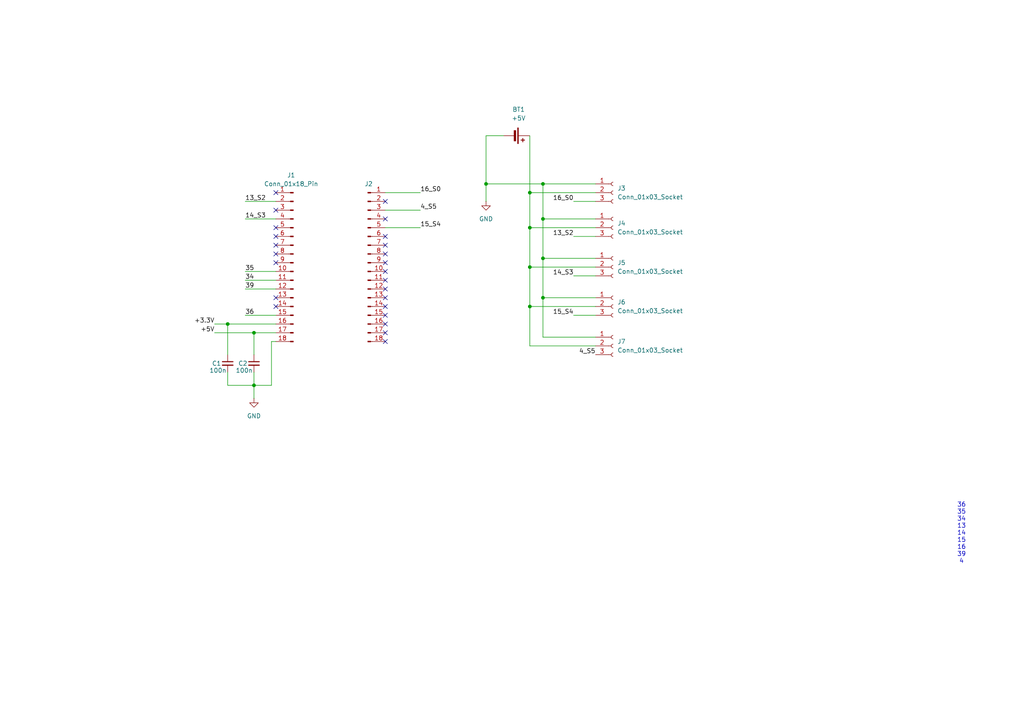
<source format=kicad_sch>
(kicad_sch (version 20231120) (generator "eeschema") (generator_version "8.0")
  (paper "A4")
  (lib_symbols
    (symbol "Connector:Conn_01x03_Socket" (pin_names (offset 1.016) hide)
      (property "Reference" "J" (at 0 5.08 0))
      (property "Value" "Conn_01x03_Socket" (at 0 -5.08 0))
      (symbol "Conn_01x03_Socket_1_1"
        (arc (start 0 -2.032) (mid -0.5058 -2.54) (end 0 -3.048) (stroke (width 0.1524)))
        (polyline (pts (xy -1.27 -2.54) (xy -0.508 -2.54)) (stroke (width 0.1524)))
        (polyline (pts (xy -1.27 0) (xy -0.508 0)) (stroke (width 0.1524)))
        (polyline (pts (xy -1.27 2.54) (xy -0.508 2.54)) (stroke (width 0.1524)))
        (arc (start 0 0.508) (mid -0.5058 0) (end 0 -0.508) (stroke (width 0.1524)))
        (arc (start 0 3.048) (mid -0.5058 2.54) (end 0 2.032) (stroke (width 0.1524)))
        (pin passive line (at -5.08 2.54 0) (length 3.81) (name "Pin_1") (number "1"))
        (pin passive line (at -5.08 0 0) (length 3.81) (name "Pin_2") (number "2"))
        (pin passive line (at -5.08 -2.54 0) (length 3.81) (name "Pin_3") (number "3"))
      )
    )
    (symbol "Connector:Conn_01x18_Pin" (pin_names (offset 1.016) hide)
      (property "Reference" "J" (at 0 22.86 0))
      (property "Value" "Conn_01x18_Pin" (at 0 -25.4 0))
      (symbol "Conn_01x18_Pin_1_1"
        (polyline (pts (xy 1.27 -22.86) (xy 0.8636 -22.86)) (stroke (width 0.1524)))
        (polyline (pts (xy 1.27 -20.32) (xy 0.8636 -20.32)) (stroke (width 0.1524)))
        (polyline (pts (xy 1.27 -17.78) (xy 0.8636 -17.78)) (stroke (width 0.1524)))
        (polyline (pts (xy 1.27 -15.24) (xy 0.8636 -15.24)) (stroke (width 0.1524)))
        (polyline (pts (xy 1.27 -12.7) (xy 0.8636 -12.7)) (stroke (width 0.1524)))
        (polyline (pts (xy 1.27 -10.16) (xy 0.8636 -10.16)) (stroke (width 0.1524)))
        (polyline (pts (xy 1.27 -7.62) (xy 0.8636 -7.62)) (stroke (width 0.1524)))
        (polyline (pts (xy 1.27 -5.08) (xy 0.8636 -5.08)) (stroke (width 0.1524)))
        (polyline (pts (xy 1.27 -2.54) (xy 0.8636 -2.54)) (stroke (width 0.1524)))
        (polyline (pts (xy 1.27 0) (xy 0.8636 0)) (stroke (width 0.1524)))
        (polyline (pts (xy 1.27 2.54) (xy 0.8636 2.54)) (stroke (width 0.1524)))
        (polyline (pts (xy 1.27 5.08) (xy 0.8636 5.08)) (stroke (width 0.1524)))
        (polyline (pts (xy 1.27 7.62) (xy 0.8636 7.62)) (stroke (width 0.1524)))
        (polyline (pts (xy 1.27 10.16) (xy 0.8636 10.16)) (stroke (width 0.1524)))
        (polyline (pts (xy 1.27 12.7) (xy 0.8636 12.7)) (stroke (width 0.1524)))
        (polyline (pts (xy 1.27 15.24) (xy 0.8636 15.24)) (stroke (width 0.1524)))
        (polyline (pts (xy 1.27 17.78) (xy 0.8636 17.78)) (stroke (width 0.1524)))
        (polyline (pts (xy 1.27 20.32) (xy 0.8636 20.32)) (stroke (width 0.1524)))
        (rectangle (start 0.8636 -22.733) (end 0 -22.987) (stroke (width 0.1524)) (fill (type outline)))
        (rectangle (start 0.8636 -20.193) (end 0 -20.447) (stroke (width 0.1524)) (fill (type outline)))
        (rectangle (start 0.8636 -17.653) (end 0 -17.907) (stroke (width 0.1524)) (fill (type outline)))
        (rectangle (start 0.8636 -15.113) (end 0 -15.367) (stroke (width 0.1524)) (fill (type outline)))
        (rectangle (start 0.8636 -12.573) (end 0 -12.827) (stroke (width 0.1524)) (fill (type outline)))
        (rectangle (start 0.8636 -10.033) (end 0 -10.287) (stroke (width 0.1524)) (fill (type outline)))
        (rectangle (start 0.8636 -7.493) (end 0 -7.747) (stroke (width 0.1524)) (fill (type outline)))
        (rectangle (start 0.8636 -4.953) (end 0 -5.207) (stroke (width 0.1524)) (fill (type outline)))
        (rectangle (start 0.8636 -2.413) (end 0 -2.667) (stroke (width 0.1524)) (fill (type outline)))
        (rectangle (start 0.8636 0.127) (end 0 -0.127) (stroke (width 0.1524)) (fill (type outline)))
        (rectangle (start 0.8636 2.667) (end 0 2.413) (stroke (width 0.1524)) (fill (type outline)))
        (rectangle (start 0.8636 5.207) (end 0 4.953) (stroke (width 0.1524)) (fill (type outline)))
        (rectangle (start 0.8636 7.747) (end 0 7.493) (stroke (width 0.1524)) (fill (type outline)))
        (rectangle (start 0.8636 10.287) (end 0 10.033) (stroke (width 0.1524)) (fill (type outline)))
        (rectangle (start 0.8636 12.827) (end 0 12.573) (stroke (width 0.1524)) (fill (type outline)))
        (rectangle (start 0.8636 15.367) (end 0 15.113) (stroke (width 0.1524)) (fill (type outline)))
        (rectangle (start 0.8636 17.907) (end 0 17.653) (stroke (width 0.1524)) (fill (type outline)))
        (rectangle (start 0.8636 20.447) (end 0 20.193) (stroke (width 0.1524)) (fill (type outline)))
        (pin passive line (at 5.08 20.32 180) (length 3.81) (name "Pin_1") (number "1"))
        (pin passive line (at 5.08 -2.54 180) (length 3.81) (name "Pin_10") (number "10"))
        (pin passive line (at 5.08 -5.08 180) (length 3.81) (name "Pin_11") (number "11"))
        (pin passive line (at 5.08 -7.62 180) (length 3.81) (name "Pin_12") (number "12"))
        (pin passive line (at 5.08 -10.16 180) (length 3.81) (name "Pin_13") (number "13"))
        (pin passive line (at 5.08 -12.7 180) (length 3.81) (name "Pin_14") (number "14"))
        (pin passive line (at 5.08 -15.24 180) (length 3.81) (name "Pin_15") (number "15"))
        (pin passive line (at 5.08 -17.78 180) (length 3.81) (name "Pin_16") (number "16"))
        (pin passive line (at 5.08 -20.32 180) (length 3.81) (name "Pin_17") (number "17"))
        (pin passive line (at 5.08 -22.86 180) (length 3.81) (name "Pin_18") (number "18"))
        (pin passive line (at 5.08 17.78 180) (length 3.81) (name "Pin_2") (number "2"))
        (pin passive line (at 5.08 15.24 180) (length 3.81) (name "Pin_3") (number "3"))
        (pin passive line (at 5.08 12.7 180) (length 3.81) (name "Pin_4") (number "4"))
        (pin passive line (at 5.08 10.16 180) (length 3.81) (name "Pin_5") (number "5"))
        (pin passive line (at 5.08 7.62 180) (length 3.81) (name "Pin_6") (number "6"))
        (pin passive line (at 5.08 5.08 180) (length 3.81) (name "Pin_7") (number "7"))
        (pin passive line (at 5.08 2.54 180) (length 3.81) (name "Pin_8") (number "8"))
        (pin passive line (at 5.08 0 180) (length 3.81) (name "Pin_9") (number "9"))
      )
    )
    (symbol "Device:Battery_Cell" (pin_numbers hide) (pin_names (offset 0) hide)
      (property "Reference" "BT" (at 2.54 2.54 0))
      (property "Value" "Battery_Cell" (at 2.54 0 0))
      (symbol "Battery_Cell_0_1"
        (rectangle (start -2.286 1.778) (end 2.286 1.524) (fill (type outline)))
        (rectangle (start -1.524 1.016) (end 1.524 0.508) (fill (type outline)))
        (polyline (pts (xy 0 0.762) (xy 0 0)))
        (polyline (pts (xy 0 1.778) (xy 0 2.54)))
        (polyline (pts (xy 0.762 3.048) (xy 1.778 3.048)) (stroke (width 0.254)))
        (polyline (pts (xy 1.27 3.556) (xy 1.27 2.54)) (stroke (width 0.254)))
      )
      (symbol "Battery_Cell_1_1"
        (pin passive line (at 0 5.08 270) (length 2.54) (name "+") (number "1"))
        (pin passive line (at 0 -2.54 90) (length 2.54) (name "-") (number "2"))
      )
    )
    (symbol "GW_Passives:C_Small" (pin_numbers hide) (pin_names (offset 0.254) hide)
      (property "Reference" "C" (at 0.254 1.778 0))
      (property "Value" "C_Small" (at 0.254 -2.032 0))
      (symbol "C_Small_0_1"
        (polyline (pts (xy -1.524 -0.508) (xy 1.524 -0.508)) (stroke (width 0.3302)))
        (polyline (pts (xy -1.524 0.508) (xy 1.524 0.508)) (stroke (width 0.3048)))
      )
      (symbol "C_Small_1_1"
        (pin passive line (at 0 2.54 270) (length 2.032) (name "~") (number "1"))
        (pin passive line (at 0 -2.54 90) (length 2.032) (name "~") (number "2"))
      )
    )
    (symbol "power:GND" (power) (pin_numbers hide) (pin_names (offset 0) hide)
      (property "Value" "GND" (at 0 -3.81 0))
      (symbol "GND_0_1"
        (polyline (pts (xy 0 0) (xy 0 -1.27) (xy 1.27 -1.27) (xy 0 -2.54) (xy -1.27 -1.27) (xy 0 -1.27)))
      )
      (symbol "GND_1_1"
        (pin power_in line (at 0 0 270) (length 0) (name "~") (number "1"))
      )
    )
  )
  (junction (at 140.97 53.34))
  (junction (at 153.67 88.9))
  (junction (at 153.67 66.04))
  (junction (at 66.04 93.98))
  (junction (at 153.67 55.88))
  (junction (at 157.48 53.34))
  (junction (at 157.48 63.5))
  (junction (at 157.48 86.36))
  (junction (at 153.67 77.47))
  (junction (at 157.48 74.93))
  (junction (at 73.66 111.76))
  (junction (at 73.66 96.52))
  (no_connect (at 80.01 86.36))
  (no_connect (at 80.01 73.66))
  (no_connect (at 80.01 55.88))
  (no_connect (at 111.76 86.36))
  (no_connect (at 111.76 73.66))
  (no_connect (at 111.76 83.82))
  (no_connect (at 80.01 66.04))
  (no_connect (at 111.76 68.58))
  (no_connect (at 111.76 99.06))
  (no_connect (at 111.76 63.5))
  (no_connect (at 111.76 91.44))
  (no_connect (at 80.01 76.2))
  (no_connect (at 80.01 71.12))
  (no_connect (at 111.76 88.9))
  (no_connect (at 111.76 81.28))
  (no_connect (at 111.76 71.12))
  (no_connect (at 111.76 78.74))
  (no_connect (at 111.76 93.98))
  (no_connect (at 111.76 96.52))
  (no_connect (at 111.76 58.42))
  (no_connect (at 80.01 60.96))
  (no_connect (at 111.76 76.2))
  (no_connect (at 80.01 68.58))
  (no_connect (at 80.01 88.9))
  (wire (pts (xy 66.04 93.98) (xy 80.01 93.98)))
  (wire (pts (xy 73.66 111.76) (xy 66.04 111.76)))
  (wire (pts (xy 153.67 88.9) (xy 153.67 77.47)))
  (wire (pts (xy 62.23 93.98) (xy 66.04 93.98)))
  (wire (pts (xy 153.67 66.04) (xy 172.72 66.04)))
  (wire (pts (xy 71.12 81.28) (xy 80.01 81.28)))
  (wire (pts (xy 146.05 39.37) (xy 140.97 39.37)))
  (wire (pts (xy 140.97 39.37) (xy 140.97 53.34)))
  (wire (pts (xy 111.76 66.04) (xy 121.92 66.04)))
  (wire (pts (xy 157.48 74.93) (xy 157.48 86.36)))
  (wire (pts (xy 157.48 74.93) (xy 172.72 74.93)))
  (wire (pts (xy 62.23 96.52) (xy 73.66 96.52)))
  (wire (pts (xy 153.67 100.33) (xy 153.67 88.9)))
  (wire (pts (xy 73.66 107.95) (xy 73.66 111.76)))
  (wire (pts (xy 66.04 111.76) (xy 66.04 107.95)))
  (wire (pts (xy 157.48 97.79) (xy 172.72 97.79)))
  (wire (pts (xy 166.37 68.58) (xy 172.72 68.58)))
  (wire (pts (xy 78.74 99.06) (xy 78.74 111.76)))
  (wire (pts (xy 71.12 83.82) (xy 80.01 83.82)))
  (wire (pts (xy 157.48 53.34) (xy 157.48 63.5)))
  (wire (pts (xy 172.72 53.34) (xy 157.48 53.34)))
  (wire (pts (xy 80.01 99.06) (xy 78.74 99.06)))
  (wire (pts (xy 71.12 91.44) (xy 80.01 91.44)))
  (wire (pts (xy 157.48 53.34) (xy 140.97 53.34)))
  (wire (pts (xy 153.67 66.04) (xy 153.67 55.88)))
  (wire (pts (xy 172.72 55.88) (xy 153.67 55.88)))
  (wire (pts (xy 157.48 86.36) (xy 172.72 86.36)))
  (wire (pts (xy 73.66 111.76) (xy 73.66 115.57)))
  (wire (pts (xy 157.48 63.5) (xy 157.48 74.93)))
  (wire (pts (xy 153.67 39.37) (xy 153.67 55.88)))
  (wire (pts (xy 71.12 78.74) (xy 80.01 78.74)))
  (wire (pts (xy 111.76 60.96) (xy 121.92 60.96)))
  (wire (pts (xy 73.66 96.52) (xy 73.66 102.87)))
  (wire (pts (xy 73.66 111.76) (xy 78.74 111.76)))
  (wire (pts (xy 157.48 63.5) (xy 172.72 63.5)))
  (wire (pts (xy 71.12 63.5) (xy 80.01 63.5)))
  (wire (pts (xy 166.37 91.44) (xy 172.72 91.44)))
  (wire (pts (xy 153.67 77.47) (xy 172.72 77.47)))
  (wire (pts (xy 71.12 58.42) (xy 80.01 58.42)))
  (wire (pts (xy 73.66 96.52) (xy 80.01 96.52)))
  (wire (pts (xy 66.04 93.98) (xy 66.04 102.87)))
  (wire (pts (xy 140.97 53.34) (xy 140.97 58.42)))
  (wire (pts (xy 172.72 100.33) (xy 153.67 100.33)))
  (wire (pts (xy 157.48 86.36) (xy 157.48 97.79)))
  (wire (pts (xy 166.37 80.01) (xy 172.72 80.01)))
  (wire (pts (xy 153.67 77.47) (xy 153.67 66.04)))
  (wire (pts (xy 166.37 58.42) (xy 172.72 58.42)))
  (wire (pts (xy 153.67 88.9) (xy 172.72 88.9)))
  (wire (pts (xy 111.76 55.88) (xy 121.92 55.88)))
  (text "36\n35\n34\n13\n14\n15\n16\n39\n4\n" (at 278.892 154.686 0) (effects (font (size 1.27 1.27))))
  (label "16_S0" (at 121.92 55.88 0))
  (label "+5V" (at 62.23 96.52 180))
  (label "16_S0" (at 166.37 58.42 180))
  (label "39" (at 71.12 83.82 0))
  (label "15_S4" (at 121.92 66.04 0))
  (label "36" (at 71.12 91.44 0))
  (label "13_S2" (at 71.12 58.42 0))
  (label "4_S5" (at 121.92 60.96 0))
  (label "4_S5" (at 172.72 102.87 180))
  (label "+3.3V" (at 62.23 93.98 180))
  (label "14_S3" (at 71.12 63.5 0))
  (label "35" (at 71.12 78.74 0))
  (label "13_S2" (at 166.37 68.58 180))
  (label "14_S3" (at 166.37 80.01 180))
  (label "15_S4" (at 166.37 91.44 180))
  (label "34" (at 71.12 81.28 0))
  (symbol (lib_id "Connector:Conn_01x18_Pin") (at 106.68 76.2 0) (unit 1)
    (property "Reference" "J2" (at 106.934 53.34 0))
    (property "Value" "Conn_01x18_Pin" (effects (hide yes)))
    (property "Footprint" "Connector_PinHeader_2.54mm:PinHeader_1x18_P2.54mm_Vertical" (effects (hide yes)))
    (property "Description" "Generic connector, single row, 01x18, script generated" (effects (hide yes)))
  )
  (symbol (lib_id "Connector:Conn_01x03_Socket") (at 177.8 100.33 0) (unit 1)
    (property "Reference" "J7" (at 179.07 99.0599 0) (effects (justify left)))
    (property "Value" "Conn_01x03_Socket" (at 179.07 101.5999 0) (effects (justify left)))
    (property "Footprint" "Connector_PinHeader_2.54mm:PinHeader_1x03_P2.54mm_Vertical" (effects (hide yes)))
    (property "Description" "Generic connector, single row, 01x03, script generated" (effects (hide yes)))
  )
  (symbol (lib_id "power:GND") (at 73.66 115.57 0) (unit 1)
    (property "Reference" "#PWR02" (effects (hide yes)))
    (property "Value" "GND" (at 73.66 120.65 0))
    (property "Description" "Power symbol creates a global label with name \"GND\" , ground" (effects (hide yes)))
  )
  (symbol (lib_id "Connector:Conn_01x18_Pin") (at 85.09 76.2 0) (mirror y) (unit 1)
    (property "Reference" "J1" (at 84.455 50.8 0))
    (property "Value" "Conn_01x18_Pin" (at 84.455 53.34 0))
    (property "Footprint" "Connector_PinHeader_2.54mm:PinHeader_1x18_P2.54mm_Vertical" (effects (hide yes)))
    (property "Description" "Generic connector, single row, 01x18, script generated" (effects (hide yes)))
  )
  (symbol (lib_id "GW_Passives:C_Small") (at 73.66 105.41 0) (unit 1)
    (property "Reference" "C2" (at 69.088 105.41 0) (effects (justify left)))
    (property "Value" "100n" (at 68.326 107.442 0) (effects (justify left)))
    (property "Footprint" "Capacitor_THT:C_Disc_D4.3mm_W1.9mm_P5.00mm" (effects (hide yes)))
    (property "Description" "Unpolarized capacitor, small symbol" (effects (hide yes)))
  )
  (symbol (lib_id "Connector:Conn_01x03_Socket") (at 177.8 77.47 0) (unit 1)
    (property "Reference" "J5" (at 179.07 76.1999 0) (effects (justify left)))
    (property "Value" "Conn_01x03_Socket" (at 179.07 78.7399 0) (effects (justify left)))
    (property "Footprint" "Connector_PinHeader_2.54mm:PinHeader_1x03_P2.54mm_Vertical" (effects (hide yes)))
    (property "Description" "Generic connector, single row, 01x03, script generated" (effects (hide yes)))
  )
  (symbol (lib_id "Connector:Conn_01x03_Socket") (at 177.8 66.04 0) (unit 1)
    (property "Reference" "J4" (at 179.07 64.7699 0) (effects (justify left)))
    (property "Value" "Conn_01x03_Socket" (at 179.07 67.3099 0) (effects (justify left)))
    (property "Footprint" "Connector_PinHeader_2.54mm:PinHeader_1x03_P2.54mm_Vertical" (effects (hide yes)))
    (property "Description" "Generic connector, single row, 01x03, script generated" (effects (hide yes)))
  )
  (symbol (lib_id "Connector:Conn_01x03_Socket") (at 177.8 88.9 0) (unit 1)
    (property "Reference" "J6" (at 179.07 87.6299 0) (effects (justify left)))
    (property "Value" "Conn_01x03_Socket" (at 179.07 90.1699 0) (effects (justify left)))
    (property "Footprint" "Connector_PinHeader_2.54mm:PinHeader_1x03_P2.54mm_Vertical" (effects (hide yes)))
    (property "Description" "Generic connector, single row, 01x03, script generated" (effects (hide yes)))
  )
  (symbol (lib_id "Connector:Conn_01x03_Socket") (at 177.8 55.88 0) (unit 1)
    (property "Reference" "J3" (at 179.07 54.6099 0) (effects (justify left)))
    (property "Value" "Conn_01x03_Socket" (at 179.07 57.1499 0) (effects (justify left)))
    (property "Footprint" "Connector_PinHeader_2.54mm:PinHeader_1x03_P2.54mm_Vertical" (effects (hide yes)))
    (property "Description" "Generic connector, single row, 01x03, script generated" (effects (hide yes)))
  )
  (symbol (lib_id "Device:Battery_Cell") (at 148.59 39.37 270) (unit 1)
    (property "Reference" "BT1" (at 150.4315 31.75 90))
    (property "Value" "+5V" (at 150.4315 34.29 90))
    (property "Footprint" "Connector_PinHeader_2.54mm:PinHeader_1x02_P2.54mm_Vertical" (effects (hide yes)))
    (property "Description" "Single-cell battery" (effects (hide yes)))
  )
  (symbol (lib_id "GW_Passives:C_Small") (at 66.04 105.41 0) (unit 1)
    (property "Reference" "C1" (at 61.468 105.41 0) (effects (justify left)))
    (property "Value" "100n" (at 60.706 107.442 0) (effects (justify left)))
    (property "Footprint" "Capacitor_THT:C_Disc_D4.3mm_W1.9mm_P5.00mm" (effects (hide yes)))
    (property "Description" "Unpolarized capacitor, small symbol" (effects (hide yes)))
  )
  (symbol (lib_id "power:GND") (at 140.97 58.42 0) (unit 1)
    (property "Reference" "#PWR01" (effects (hide yes)))
    (property "Value" "GND" (at 140.97 63.5 0))
    (property "Description" "Power symbol creates a global label with name \"GND\" , ground" (effects (hide yes)))
  )
)
</source>
